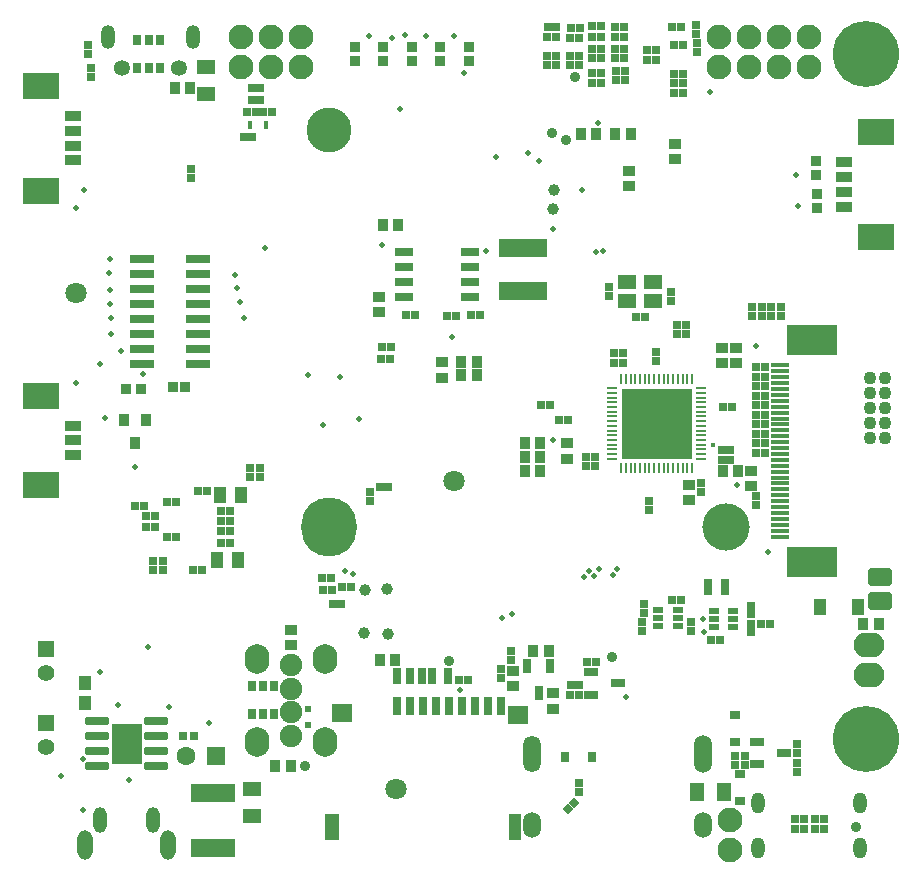
<source format=gbr>
%TF.GenerationSoftware,Altium Limited,Altium Designer,23.11.1 (41)*%
G04 Layer_Color=16711935*
%FSLAX45Y45*%
%MOMM*%
%TF.SameCoordinates,D78E9C2B-A710-42EA-B38E-4640A2B68151*%
%TF.FilePolarity,Negative*%
%TF.FileFunction,Soldermask,Bot*%
%TF.Part,Single*%
G01*
G75*
%TA.AperFunction,SMDPad,CuDef*%
%ADD13R,0.80606X0.85822*%
%ADD21R,0.85822X0.80606*%
%TA.AperFunction,TestPad*%
%ADD33C,0.88900*%
%TA.AperFunction,FiducialPad,Global*%
%ADD66C,1.80000*%
%TA.AperFunction,ComponentPad*%
%ADD104C,4.00000*%
%TA.AperFunction,SMDPad,CuDef*%
%ADD109R,1.01213X1.15814*%
%ADD125O,0.20000X1.00000*%
%ADD126O,1.00000X0.20000*%
G04:AMPARAMS|DCode=127|XSize=6mm|YSize=6mm|CornerRadius=0.15mm|HoleSize=0mm|Usage=FLASHONLY|Rotation=180.000|XOffset=0mm|YOffset=0mm|HoleType=Round|Shape=RoundedRectangle|*
%AMROUNDEDRECTD127*
21,1,6.00000,5.70000,0,0,180.0*
21,1,5.70000,6.00000,0,0,180.0*
1,1,0.30000,-2.85000,2.85000*
1,1,0.30000,2.85000,2.85000*
1,1,0.30000,2.85000,-2.85000*
1,1,0.30000,-2.85000,-2.85000*
%
%ADD127ROUNDEDRECTD127*%
%TA.AperFunction,TestPad*%
%ADD133C,0.38100*%
%TA.AperFunction,ComponentPad*%
%ADD136O,4.70000X5.00000*%
%ADD137C,3.80000*%
%TA.AperFunction,SMDPad,CuDef*%
%ADD156R,0.90200X1.00200*%
%ADD160R,0.91480X1.04180*%
%ADD166R,1.04180X0.91480*%
%TA.AperFunction,TestPad*%
%ADD169C,0.99100*%
%TA.AperFunction,SMDPad,CuDef*%
%ADD170R,0.66040X0.71120*%
%ADD172R,0.71120X0.66040*%
%ADD182R,1.50000X1.20000*%
G04:AMPARAMS|DCode=193|XSize=0.9mm|YSize=0.65mm|CornerRadius=0mm|HoleSize=0mm|Usage=FLASHONLY|Rotation=90.000|XOffset=0mm|YOffset=0mm|HoleType=Round|Shape=RoundedRectangle|*
%AMROUNDEDRECTD193*
21,1,0.90000,0.65000,0,0,90.0*
21,1,0.90000,0.65000,0,0,90.0*
1,1,0.00000,0.32500,0.45000*
1,1,0.00000,0.32500,-0.45000*
1,1,0.00000,-0.32500,-0.45000*
1,1,0.00000,-0.32500,0.45000*
%
%ADD193ROUNDEDRECTD193*%
%ADD195R,0.45080X0.65080*%
%ADD196R,0.93160X0.73160*%
%TA.AperFunction,ComponentPad*%
%ADD197O,1.30200X2.50200*%
%ADD198O,1.15200X2.20200*%
%ADD199C,1.60200*%
%ADD200R,1.60200X1.60200*%
%ADD201R,1.41000X1.41000*%
%ADD202C,1.41000*%
%ADD203O,2.10200X2.50200*%
%ADD204C,2.10200*%
%ADD205O,1.10160X1.80160*%
%ADD206C,0.10200*%
%ADD207C,5.60160*%
%ADD208O,1.20200X2.00200*%
%ADD209C,1.35200*%
%ADD210C,1.10200*%
%ADD211O,1.50200X3.10200*%
%ADD212O,1.50200X3.20200*%
%ADD213O,1.50200X2.20200*%
%ADD214C,1.90200*%
G04:AMPARAMS|DCode=215|XSize=1.6016mm|YSize=2.1016mm|CornerRadius=0.4258mm|HoleSize=0mm|Usage=FLASHONLY|Rotation=90.000|XOffset=0mm|YOffset=0mm|HoleType=Round|Shape=RoundedRectangle|*
%AMROUNDEDRECTD215*
21,1,1.60160,1.25000,0,0,90.0*
21,1,0.75000,2.10160,0,0,90.0*
1,1,0.85160,0.62500,0.37500*
1,1,0.85160,0.62500,-0.37500*
1,1,0.85160,-0.62500,-0.37500*
1,1,0.85160,-0.62500,0.37500*
%
%ADD215ROUNDEDRECTD215*%
%ADD216O,2.60200X2.10200*%
%TA.AperFunction,ViaPad*%
%ADD217C,0.50200*%
%TA.AperFunction,SMDPad,CuDef*%
%ADD218R,0.80200X0.75200*%
%ADD219R,2.51500X3.40400*%
G04:AMPARAMS|DCode=220|XSize=2.072mm|YSize=0.702mm|CornerRadius=0.126mm|HoleSize=0mm|Usage=FLASHONLY|Rotation=180.000|XOffset=0mm|YOffset=0mm|HoleType=Round|Shape=RoundedRectangle|*
%AMROUNDEDRECTD220*
21,1,2.07200,0.45000,0,0,180.0*
21,1,1.82000,0.70200,0,0,180.0*
1,1,0.25200,-0.91000,0.22500*
1,1,0.25200,0.91000,0.22500*
1,1,0.25200,0.91000,-0.22500*
1,1,0.25200,-0.91000,-0.22500*
%
%ADD220ROUNDEDRECTD220*%
%ADD221R,1.45240X0.95240*%
%ADD222R,3.15240X2.25240*%
%ADD223R,0.86200X0.82200*%
%ADD224R,3.70200X1.62600*%
%ADD225R,2.08320X0.66080*%
%ADD226R,1.62000X0.70000*%
%ADD227R,4.08780X1.59860*%
%ADD228R,1.00160X1.40160*%
%ADD229R,0.90160X0.50160*%
%ADD230R,1.10160X2.30160*%
%ADD231R,1.30160X2.30160*%
%ADD232R,1.70160X1.50160*%
%ADD233R,0.80160X1.50160*%
%ADD234R,1.20000X1.50000*%
%ADD235R,1.15160X0.75160*%
%ADD236R,0.73160X0.93160*%
%ADD237R,1.11000X1.42000*%
%ADD238R,1.50000X0.40000*%
%ADD239R,4.20160X2.60160*%
G04:AMPARAMS|DCode=240|XSize=0.7112mm|YSize=0.6604mm|CornerRadius=0mm|HoleSize=0mm|Usage=FLASHONLY|Rotation=135.000|XOffset=0mm|YOffset=0mm|HoleType=Round|Shape=Rectangle|*
%AMROTATEDRECTD240*
4,1,4,0.48493,-0.01796,0.01796,-0.48493,-0.48493,0.01796,-0.01796,0.48493,0.48493,-0.01796,0.0*
%
%ADD240ROTATEDRECTD240*%

%ADD241R,0.50160X0.58160*%
%ADD242R,0.75160X1.15160*%
%ADD243R,1.50200X1.25200*%
D13*
X1040548Y4043680D02*
D03*
X920332D02*
D03*
D21*
X3097530Y6823292D02*
D03*
Y6943508D02*
D03*
X3337560Y6823292D02*
D03*
Y6943508D02*
D03*
X6769100Y5696368D02*
D03*
Y5576152D02*
D03*
X6758940Y5855552D02*
D03*
Y5975768D02*
D03*
X3817620Y6943508D02*
D03*
Y6823292D02*
D03*
X3577590Y6943508D02*
D03*
Y6823292D02*
D03*
X2857500Y6943508D02*
D03*
Y6823292D02*
D03*
D33*
X7098660Y340360D02*
D03*
X4525933Y6217347D02*
D03*
X4644126Y6154022D02*
D03*
X3655779Y1742212D02*
D03*
X5028742Y1779290D02*
D03*
X2435220Y855980D02*
D03*
X4720326Y6687422D02*
D03*
D66*
X492120Y4859020D02*
D03*
X3693489Y3267138D02*
D03*
X3202300Y660400D02*
D03*
D104*
X5997871Y2879662D02*
D03*
D109*
X566420Y1555899D02*
D03*
Y1390501D02*
D03*
D125*
X5589708Y3373937D02*
D03*
X5629708D02*
D03*
X5429708Y4133937D02*
D03*
X5669708Y3373937D02*
D03*
X5149708Y4133937D02*
D03*
X5229708D02*
D03*
X5349708Y3373937D02*
D03*
X5509708Y4133937D02*
D03*
X5469708D02*
D03*
X5549708D02*
D03*
X5709708D02*
D03*
X5669708D02*
D03*
X5589708D02*
D03*
X5629708D02*
D03*
X5149708Y3373937D02*
D03*
X5189708D02*
D03*
X5269708D02*
D03*
X5309708D02*
D03*
X5389708D02*
D03*
X5429708D02*
D03*
X5509708D02*
D03*
X5549708D02*
D03*
X5309708Y4133937D02*
D03*
X5269708D02*
D03*
X5109708Y3373937D02*
D03*
Y4133937D02*
D03*
X5189708D02*
D03*
X5469708Y3373937D02*
D03*
X5229708D02*
D03*
X5709708D02*
D03*
X5349708Y4133937D02*
D03*
X5389708D02*
D03*
D126*
X5789708Y3453937D02*
D03*
Y3493937D02*
D03*
X5029708Y3453937D02*
D03*
X5789708Y3893937D02*
D03*
X5029708Y3773937D02*
D03*
Y3493937D02*
D03*
X5789708Y3573937D02*
D03*
X5029708Y3533937D02*
D03*
X5789708Y3653937D02*
D03*
Y3613937D02*
D03*
Y3733937D02*
D03*
Y3693937D02*
D03*
Y3973937D02*
D03*
Y3933937D02*
D03*
Y4053937D02*
D03*
Y4013937D02*
D03*
Y3813937D02*
D03*
Y3773937D02*
D03*
X5029708Y3613937D02*
D03*
Y3653937D02*
D03*
Y3853937D02*
D03*
Y3893937D02*
D03*
Y3933937D02*
D03*
Y3973937D02*
D03*
Y4013937D02*
D03*
Y4053937D02*
D03*
Y3693937D02*
D03*
Y3733937D02*
D03*
X5789708Y3533937D02*
D03*
X5029708Y3573937D02*
D03*
Y3813937D02*
D03*
X5789708Y3853937D02*
D03*
D127*
X5409708Y3753937D02*
D03*
D133*
X5890633Y3570300D02*
D03*
D136*
X2637911Y2879662D02*
D03*
D137*
Y6239622D02*
D03*
D156*
X899160Y3787140D02*
D03*
X1089160D02*
D03*
X994160Y3587140D02*
D03*
D160*
X3220537Y5438140D02*
D03*
X3090540Y5438140D02*
D03*
X3757849Y4160774D02*
D03*
X3887846D02*
D03*
X3755309Y4277614D02*
D03*
X3885306D02*
D03*
X3065788Y1747547D02*
D03*
X3195785Y1747546D02*
D03*
X1331483Y6593493D02*
D03*
X1461480Y6593492D02*
D03*
X4899393Y6206461D02*
D03*
X4769396D02*
D03*
X5059921Y6200873D02*
D03*
X5189918D02*
D03*
X4365110Y1824846D02*
D03*
X4495107Y1824846D02*
D03*
X4293700Y3348409D02*
D03*
X4423697D02*
D03*
X4293700Y3592248D02*
D03*
X4423697D02*
D03*
X4293700Y3470328D02*
D03*
X4423697D02*
D03*
X6102217Y3349356D02*
D03*
X5972219D02*
D03*
X2183049Y853694D02*
D03*
X2313046D02*
D03*
X7159728Y2056270D02*
D03*
X7289726Y2056270D02*
D03*
D166*
X3595746Y4272026D02*
D03*
X3595746Y4142029D02*
D03*
X3062854Y4694174D02*
D03*
Y4824171D02*
D03*
X4532496Y1339251D02*
D03*
X4532496Y1469248D02*
D03*
X4653746Y3586393D02*
D03*
Y3456395D02*
D03*
X6208763Y3354406D02*
D03*
Y3224409D02*
D03*
X5685657Y3237088D02*
D03*
Y3107091D02*
D03*
X5966701Y4394231D02*
D03*
Y4264234D02*
D03*
X4193674Y1661811D02*
D03*
X4193674Y1531814D02*
D03*
X6083035Y4393268D02*
D03*
Y4263271D02*
D03*
X2313549Y2005186D02*
D03*
X2313549Y1875189D02*
D03*
X5174782Y5761966D02*
D03*
X5174783Y5891963D02*
D03*
X5566045Y6119266D02*
D03*
X5566045Y5989268D02*
D03*
D169*
X2940680Y2346960D02*
D03*
X4538340Y5727700D02*
D03*
X3128640Y2349500D02*
D03*
X3133720Y1973580D02*
D03*
X2933060Y1976120D02*
D03*
X4535800Y5572760D02*
D03*
D170*
X3912332Y4669003D02*
D03*
X3837351D02*
D03*
X3084088Y4401337D02*
D03*
X3159069D02*
D03*
X3292368Y4675657D02*
D03*
X3367349D02*
D03*
X3077891Y4300703D02*
D03*
X3152872D02*
D03*
X3632728Y4662957D02*
D03*
X3707709D02*
D03*
X2588788Y2343937D02*
D03*
X2663769D02*
D03*
X1087080Y2877820D02*
D03*
X1162080D02*
D03*
Y2969260D02*
D03*
X1087080D02*
D03*
X1070640Y3058160D02*
D03*
X995640D02*
D03*
X1558320Y2517140D02*
D03*
X1483320D02*
D03*
X1529040Y3185160D02*
D03*
X1604040D02*
D03*
X1797629Y2930677D02*
D03*
X1722648D02*
D03*
X1797629Y3014497D02*
D03*
X1722648D02*
D03*
X1800169Y2841777D02*
D03*
X1725188D02*
D03*
X1800169Y2740177D02*
D03*
X1725188D02*
D03*
X1340429Y2793517D02*
D03*
X1265448D02*
D03*
X1340429Y3093237D02*
D03*
X1265448D02*
D03*
X2156709Y6387211D02*
D03*
X2081728D02*
D03*
X1987647Y6177966D02*
D03*
X1912666D02*
D03*
X6823691Y323003D02*
D03*
X6748711D02*
D03*
X3814411Y1581333D02*
D03*
X3739430D02*
D03*
X6250590Y3504612D02*
D03*
X6325571D02*
D03*
X5125942Y4266525D02*
D03*
X5050961D02*
D03*
X4428376Y3912977D02*
D03*
X4503356D02*
D03*
X4813236Y3394865D02*
D03*
X4888217D02*
D03*
X6047009Y3891246D02*
D03*
X5972028D02*
D03*
X4813236Y3474384D02*
D03*
X4888217D02*
D03*
X6367089Y2054377D02*
D03*
X6292108D02*
D03*
X2656149Y2448077D02*
D03*
X2581168D02*
D03*
X2747691Y2367763D02*
D03*
X2822672Y2367763D02*
D03*
X2666410Y2222982D02*
D03*
X2741391Y2222983D02*
D03*
X3064396Y3213604D02*
D03*
X3139376D02*
D03*
X5309426Y4655295D02*
D03*
X5234445D02*
D03*
X6250590Y4231535D02*
D03*
X6325571D02*
D03*
X5960699Y3445280D02*
D03*
X6035680D02*
D03*
X6034562Y3532605D02*
D03*
X5959582D02*
D03*
X4678718Y1459429D02*
D03*
X4753699D02*
D03*
X4756188Y1542767D02*
D03*
X4681207D02*
D03*
X4821853Y1736093D02*
D03*
X4896834D02*
D03*
X5942909Y1919757D02*
D03*
X5867928D02*
D03*
X5538734Y2256876D02*
D03*
X5613715D02*
D03*
X6823691Y403317D02*
D03*
X6748711D02*
D03*
X6582188D02*
D03*
X6657169D02*
D03*
Y323003D02*
D03*
X6582188D02*
D03*
X4763982Y7101777D02*
D03*
X4689002D02*
D03*
X4561232Y6865557D02*
D03*
X4486251D02*
D03*
X4751282Y7021462D02*
D03*
X4676302D02*
D03*
X4561232Y6785942D02*
D03*
X4486251D02*
D03*
X4938320Y6718237D02*
D03*
X4863339D02*
D03*
X5131360Y6844362D02*
D03*
X5056379D02*
D03*
X4938320Y6923977D02*
D03*
X4863339D02*
D03*
X4938320Y6639015D02*
D03*
X4863339D02*
D03*
X5131360Y6923977D02*
D03*
X5056379D02*
D03*
X4938320Y6844362D02*
D03*
X4863339D02*
D03*
X5631740Y6716180D02*
D03*
X5556759D02*
D03*
X5405629Y6920236D02*
D03*
X5330648D02*
D03*
X5618417Y7115044D02*
D03*
X5543436D02*
D03*
X4562349Y7109397D02*
D03*
X4487368D02*
D03*
X5131360D02*
D03*
X5056379D02*
D03*
X5633061Y6958445D02*
D03*
X5558080D02*
D03*
X4561232Y7029082D02*
D03*
X4486251D02*
D03*
X5131360D02*
D03*
X5056379D02*
D03*
X5405629Y6831662D02*
D03*
X5330648D02*
D03*
X5630521Y6556160D02*
D03*
X5555540D02*
D03*
X4938320Y7029082D02*
D03*
X4863339D02*
D03*
X4860194Y7118459D02*
D03*
X4935175D02*
D03*
X5631689Y6635382D02*
D03*
X5556708D02*
D03*
X1980967Y6491769D02*
D03*
X2055949D02*
D03*
X1980968Y6596069D02*
D03*
X2055948D02*
D03*
X1942868Y6387468D02*
D03*
X2017848D02*
D03*
X6250590Y4151256D02*
D03*
X6325571D02*
D03*
X6250590Y4069597D02*
D03*
X6325571D02*
D03*
X6250590Y3989319D02*
D03*
X6325571D02*
D03*
X6250590Y3909040D02*
D03*
X6325571D02*
D03*
X6250590Y3828762D02*
D03*
X6325571D02*
D03*
X6250590Y3748484D02*
D03*
X6325571D02*
D03*
X6250590Y3668206D02*
D03*
X6325571D02*
D03*
X6250590Y3584890D02*
D03*
X6325571D02*
D03*
X4676302Y6865557D02*
D03*
X4751282D02*
D03*
X4676302Y6785942D02*
D03*
X4751282D02*
D03*
X4658623Y3783042D02*
D03*
X4583642D02*
D03*
X5124787Y4348093D02*
D03*
X5049806D02*
D03*
D172*
X624683Y6766509D02*
D03*
Y6691528D02*
D03*
X6217280Y4661500D02*
D03*
Y4736500D02*
D03*
X6379840D02*
D03*
Y4661500D02*
D03*
X6461120Y4736500D02*
D03*
Y4661500D02*
D03*
X6298560Y4736500D02*
D03*
Y4661500D02*
D03*
X1144459Y2516762D02*
D03*
Y2591742D02*
D03*
X1233359Y2516762D02*
D03*
Y2591742D02*
D03*
X1467081Y5830507D02*
D03*
Y5905488D02*
D03*
X6159541Y865843D02*
D03*
Y940824D02*
D03*
X6070641D02*
D03*
Y865843D02*
D03*
X4093142Y1601141D02*
D03*
Y1676122D02*
D03*
X3644641Y1578448D02*
D03*
Y1653429D02*
D03*
X5529208Y4869522D02*
D03*
Y4794542D02*
D03*
X5010208Y4909594D02*
D03*
Y4834613D02*
D03*
X5402333Y4362072D02*
D03*
Y4287091D02*
D03*
X5787511Y3177601D02*
D03*
Y3252582D02*
D03*
X5662703Y4585069D02*
D03*
Y4510088D02*
D03*
X5845844Y2407088D02*
D03*
X5845845Y2332107D02*
D03*
X2987510Y3095875D02*
D03*
Y3170856D02*
D03*
X4180720Y1748679D02*
D03*
Y1823660D02*
D03*
X3322200Y1653429D02*
D03*
Y1578448D02*
D03*
X3208382Y1653429D02*
D03*
Y1578448D02*
D03*
X3426072Y1653429D02*
D03*
Y1578448D02*
D03*
X3507137D02*
D03*
Y1653429D02*
D03*
X6253950Y3136169D02*
D03*
Y3061188D02*
D03*
X6207602Y2212289D02*
D03*
Y2137308D02*
D03*
X5991702Y2407088D02*
D03*
Y2332107D02*
D03*
X6207602Y1984778D02*
D03*
Y2059758D02*
D03*
X5287157Y1996491D02*
D03*
Y2071472D02*
D03*
X5702092Y2069947D02*
D03*
Y1994966D02*
D03*
X5583480Y4510088D02*
D03*
Y4585069D02*
D03*
X5300772Y2225329D02*
D03*
Y2150348D02*
D03*
X6594846Y882471D02*
D03*
Y807491D02*
D03*
X6594846Y963481D02*
D03*
Y1038462D02*
D03*
X2049623Y3303168D02*
D03*
Y3378149D02*
D03*
X1965803Y3303168D02*
D03*
Y3378149D02*
D03*
X5064170Y6662630D02*
D03*
Y6737611D02*
D03*
X5143393Y6662630D02*
D03*
Y6737611D02*
D03*
X5741832Y7126302D02*
D03*
Y7051321D02*
D03*
X5754582Y6973448D02*
D03*
Y6898467D02*
D03*
X594401Y6960624D02*
D03*
Y6885643D02*
D03*
X5347649Y3098131D02*
D03*
Y3023150D02*
D03*
X4756753Y709991D02*
D03*
Y635010D02*
D03*
D182*
X1592204Y6542239D02*
D03*
Y6772239D02*
D03*
X1985640Y658560D02*
D03*
Y428560D02*
D03*
D193*
X1109851Y6760002D02*
D03*
Y6997002D02*
D03*
X1204851Y6760002D02*
D03*
X1014851Y6760002D02*
D03*
Y6997002D02*
D03*
X1204851D02*
D03*
X2077260Y1527740D02*
D03*
Y1290740D02*
D03*
X2172260D02*
D03*
Y1527740D02*
D03*
X1982260Y1290740D02*
D03*
Y1527740D02*
D03*
D195*
X1965957Y6282588D02*
D03*
X2105957D02*
D03*
D196*
X6118220Y784600D02*
D03*
Y561600D02*
D03*
X6072500Y1059440D02*
D03*
Y1282440D02*
D03*
D197*
X571380Y182880D02*
D03*
X1271380D02*
D03*
D198*
X698880Y392880D02*
D03*
X1143880D02*
D03*
D199*
X1426840Y939800D02*
D03*
D200*
X1680840D02*
D03*
D201*
X240660Y1218540D02*
D03*
X238120Y1843380D02*
D03*
D202*
X240660Y1018540D02*
D03*
X238120Y1643380D02*
D03*
D203*
X2023000Y1060000D02*
D03*
X2603000D02*
D03*
Y1760000D02*
D03*
X2023000D02*
D03*
D204*
X6031042Y400676D02*
D03*
Y146676D02*
D03*
X6698000Y7023000D02*
D03*
X6444000D02*
D03*
X6190000D02*
D03*
X5936000D02*
D03*
Y6769000D02*
D03*
X6190000D02*
D03*
X6444000D02*
D03*
X6698000D02*
D03*
X2400080Y7023000D02*
D03*
X2146080D02*
D03*
X1892080D02*
D03*
Y6769000D02*
D03*
X2146080D02*
D03*
X2400080D02*
D03*
D205*
X6271000Y159500D02*
D03*
X7135000Y160000D02*
D03*
Y540000D02*
D03*
X6271000D02*
D03*
D206*
X3130000Y300000D02*
D03*
X3930000D02*
D03*
D207*
X7184552Y6880000D02*
D03*
Y1080000D02*
D03*
D208*
X1485002Y7025003D02*
D03*
X765002D02*
D03*
D209*
X880002Y6760003D02*
D03*
X1370002D02*
D03*
D210*
X7341000Y3882500D02*
D03*
Y3755500D02*
D03*
X7214000D02*
D03*
Y3628500D02*
D03*
Y3882500D02*
D03*
Y4009500D02*
D03*
X7341000Y3628500D02*
D03*
Y4009500D02*
D03*
X7214000Y4136500D02*
D03*
X7341000D02*
D03*
D211*
X4351200Y955000D02*
D03*
D212*
X5801199D02*
D03*
D213*
Y355000D02*
D03*
X4351200D02*
D03*
D214*
X2313000Y1110000D02*
D03*
Y1310000D02*
D03*
Y1510000D02*
D03*
Y1710000D02*
D03*
D215*
X7305000Y2253000D02*
D03*
Y2453000D02*
D03*
D216*
X7208300Y1627000D02*
D03*
Y1881000D02*
D03*
D217*
X3776980Y6718300D02*
D03*
X3238500Y6418580D02*
D03*
X4412300Y5973437D02*
D03*
X4323080Y6040120D02*
D03*
X4048760Y6009640D02*
D03*
X3459480Y7038340D02*
D03*
X3698240Y7033260D02*
D03*
X3172460Y7020560D02*
D03*
X2974340Y7030720D02*
D03*
X3281680Y7040880D02*
D03*
X997580Y3385820D02*
D03*
X736600Y3799840D02*
D03*
X365440Y772160D02*
D03*
X557840Y916940D02*
D03*
Y478785D02*
D03*
X6593840Y5854700D02*
D03*
X1064260Y4175760D02*
D03*
X698500Y1653540D02*
D03*
X494660Y4099560D02*
D03*
X3082920Y5267960D02*
D03*
X700400Y4259580D02*
D03*
X494660Y5577840D02*
D03*
X1101720Y1864360D02*
D03*
X1282060Y1356360D02*
D03*
X1619880Y1219200D02*
D03*
X847720Y1369060D02*
D03*
X941700Y734060D02*
D03*
X6605900Y5595620D02*
D03*
X560700Y5730240D02*
D03*
X2770500Y2501900D02*
D03*
X2585080Y3741420D02*
D03*
X2889880Y3792220D02*
D03*
X2836540Y2476500D02*
D03*
X2458080Y4160520D02*
D03*
X2732400Y4147820D02*
D03*
X5076820Y2522220D02*
D03*
X5038720Y2473960D02*
D03*
X4185280Y2141220D02*
D03*
X4959980Y5217160D02*
D03*
X4101460Y2103120D02*
D03*
X4896480Y5204460D02*
D03*
X781680Y5146040D02*
D03*
X771520Y5024120D02*
D03*
X779140Y4884420D02*
D03*
X784220Y4762500D02*
D03*
X1916740Y4650740D02*
D03*
X1853560Y4904740D02*
D03*
X1881500Y4785360D02*
D03*
X1843400Y5011420D02*
D03*
X4797420Y2453640D02*
D03*
X4838060Y2501900D02*
D03*
X4878700Y2458720D02*
D03*
X4919340Y2522220D02*
D03*
X873120Y4368800D02*
D03*
X786760Y4513580D02*
D03*
Y4645660D02*
D03*
X3677280Y4488180D02*
D03*
X3969380Y5214620D02*
D03*
X2094860Y5242560D02*
D03*
X5803372Y2098046D02*
D03*
X4774560Y5732780D02*
D03*
X5810880Y1986280D02*
D03*
X6247760Y4409440D02*
D03*
X4535800Y5402580D02*
D03*
Y3614420D02*
D03*
X6354440Y2664460D02*
D03*
X5147940Y1435100D02*
D03*
X5859140Y6563360D02*
D03*
X4914260Y6294120D02*
D03*
X6090280Y3235960D02*
D03*
X3745860Y1493520D02*
D03*
D218*
X1402200Y1104900D02*
D03*
X1497200D02*
D03*
D219*
X922500Y1041400D02*
D03*
D220*
X675000Y1231900D02*
D03*
Y850900D02*
D03*
X1170000D02*
D03*
Y977900D02*
D03*
Y1104900D02*
D03*
Y1231900D02*
D03*
X675000Y977900D02*
D03*
Y1104900D02*
D03*
D221*
X6993840Y5964000D02*
D03*
Y5839000D02*
D03*
Y5714000D02*
D03*
Y5589000D02*
D03*
X469260Y5981160D02*
D03*
Y6106160D02*
D03*
Y6231160D02*
D03*
Y6356160D02*
D03*
X469940Y3735880D02*
D03*
Y3610880D02*
D03*
Y3485880D02*
D03*
D222*
X7268840Y5334000D02*
D03*
Y6219000D02*
D03*
X194260Y6611160D02*
D03*
Y5726160D02*
D03*
X194940Y3230880D02*
D03*
Y3990880D02*
D03*
D223*
X1314980Y4066540D02*
D03*
X1412980D02*
D03*
D224*
X1650360Y627380D02*
D03*
Y157480D02*
D03*
D225*
X1525900Y4254500D02*
D03*
Y4381500D02*
D03*
Y4508500D02*
D03*
Y4635500D02*
D03*
Y4762500D02*
D03*
Y4889500D02*
D03*
Y5016500D02*
D03*
Y5143500D02*
D03*
X1053460D02*
D03*
Y5016500D02*
D03*
Y4889500D02*
D03*
Y4762500D02*
D03*
Y4635500D02*
D03*
Y4508500D02*
D03*
Y4381500D02*
D03*
Y4254500D02*
D03*
D226*
X3827970Y5082540D02*
D03*
Y5209540D02*
D03*
Y4955540D02*
D03*
X3267510Y5209540D02*
D03*
Y4955540D02*
D03*
X3827970Y4828540D02*
D03*
X3267510D02*
D03*
Y5082540D02*
D03*
D227*
X4281800Y4877140D02*
D03*
Y5237140D02*
D03*
D228*
X1710220Y3149600D02*
D03*
X1890220D02*
D03*
X1864820Y2595880D02*
D03*
X1684820D02*
D03*
D229*
X5424870Y2043200D02*
D03*
Y2108200D02*
D03*
Y2173200D02*
D03*
X5592370Y2043200D02*
D03*
Y2108200D02*
D03*
Y2173200D02*
D03*
X6059730Y2163040D02*
D03*
Y2098040D02*
D03*
Y2033040D02*
D03*
X5892230Y2163040D02*
D03*
Y2098040D02*
D03*
Y2033040D02*
D03*
D230*
X4210000Y340000D02*
D03*
D231*
X2660000D02*
D03*
D232*
X2750000Y1300000D02*
D03*
X4235000Y1290000D02*
D03*
D233*
X3209920Y1360000D02*
D03*
X3319920D02*
D03*
X3429920D02*
D03*
X3539920D02*
D03*
X3649920D02*
D03*
X3759920D02*
D03*
X3869920D02*
D03*
X3979920D02*
D03*
X4089920D02*
D03*
D234*
X5749220Y632460D02*
D03*
X5979220D02*
D03*
D235*
X6261623Y868333D02*
D03*
X6491623Y963333D02*
D03*
X6261623Y1058332D02*
D03*
X5082527Y1552927D02*
D03*
X4852527Y1647927D02*
D03*
Y1457927D02*
D03*
D236*
X4859283Y929293D02*
D03*
X4636283D02*
D03*
D237*
X6793132Y2197809D02*
D03*
X7118132D02*
D03*
D238*
X6458071Y2896262D02*
D03*
Y2846262D02*
D03*
Y2946262D02*
D03*
Y2996262D02*
D03*
Y3096262D02*
D03*
Y3046262D02*
D03*
Y3396262D02*
D03*
Y3346262D02*
D03*
Y3446262D02*
D03*
X6458128Y4246604D02*
D03*
X6458071Y4096262D02*
D03*
Y3946262D02*
D03*
Y3796262D02*
D03*
Y3646262D02*
D03*
Y3496262D02*
D03*
Y2796262D02*
D03*
Y3196262D02*
D03*
Y3146262D02*
D03*
Y3246262D02*
D03*
Y3296262D02*
D03*
Y4196262D02*
D03*
Y4146262D02*
D03*
Y4046262D02*
D03*
Y3996262D02*
D03*
Y3896262D02*
D03*
Y3846262D02*
D03*
Y3746262D02*
D03*
Y3696262D02*
D03*
Y3596262D02*
D03*
Y3546262D02*
D03*
D239*
X6724119Y4459882D02*
D03*
Y2582642D02*
D03*
D240*
X4661495Y489899D02*
D03*
X4714514Y542919D02*
D03*
D241*
X2458600Y1333400D02*
D03*
Y1201400D02*
D03*
D242*
X4506860Y1702440D02*
D03*
X4411860Y1472440D02*
D03*
X4316860Y1702440D02*
D03*
D243*
X5162303Y4952672D02*
D03*
X5382318Y4792652D02*
D03*
X5162303D02*
D03*
X5382318Y4952672D02*
D03*
%TF.MD5,469e665619e6bf4621888bbff5e1ef68*%
M02*

</source>
